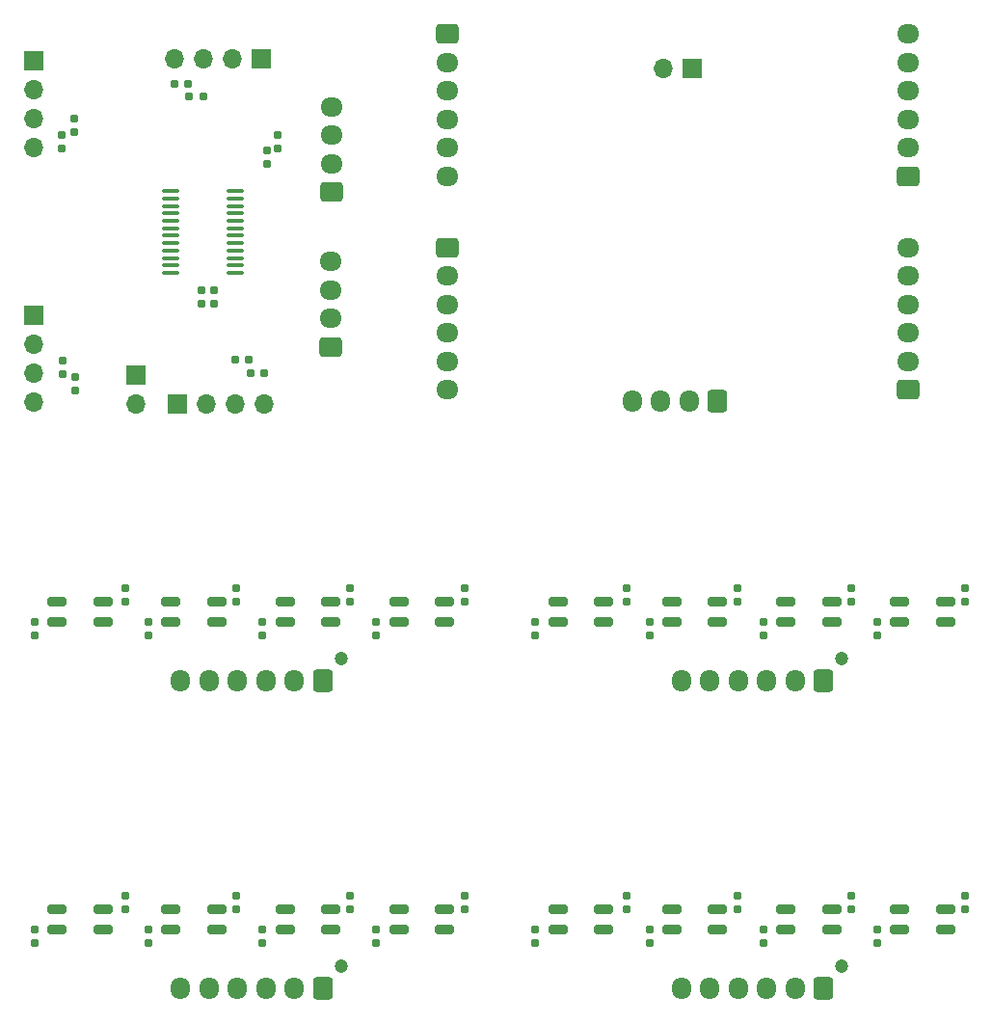
<source format=gbr>
%TF.GenerationSoftware,KiCad,Pcbnew,8.0.2*%
%TF.CreationDate,2024-05-05T14:43:23+02:00*%
%TF.ProjectId,Panelizacja 1,50616e65-6c69-47a6-9163-6a6120312e6b,rev?*%
%TF.SameCoordinates,Original*%
%TF.FileFunction,Soldermask,Bot*%
%TF.FilePolarity,Negative*%
%FSLAX46Y46*%
G04 Gerber Fmt 4.6, Leading zero omitted, Abs format (unit mm)*
G04 Created by KiCad (PCBNEW 8.0.2) date 2024-05-05 14:43:23*
%MOMM*%
%LPD*%
G01*
G04 APERTURE LIST*
G04 Aperture macros list*
%AMRoundRect*
0 Rectangle with rounded corners*
0 $1 Rounding radius*
0 $2 $3 $4 $5 $6 $7 $8 $9 X,Y pos of 4 corners*
0 Add a 4 corners polygon primitive as box body*
4,1,4,$2,$3,$4,$5,$6,$7,$8,$9,$2,$3,0*
0 Add four circle primitives for the rounded corners*
1,1,$1+$1,$2,$3*
1,1,$1+$1,$4,$5*
1,1,$1+$1,$6,$7*
1,1,$1+$1,$8,$9*
0 Add four rect primitives between the rounded corners*
20,1,$1+$1,$2,$3,$4,$5,0*
20,1,$1+$1,$4,$5,$6,$7,0*
20,1,$1+$1,$6,$7,$8,$9,0*
20,1,$1+$1,$8,$9,$2,$3,0*%
G04 Aperture macros list end*
%ADD10R,1.700000X1.700000*%
%ADD11O,1.700000X1.700000*%
%ADD12RoundRect,0.250000X0.600000X0.725000X-0.600000X0.725000X-0.600000X-0.725000X0.600000X-0.725000X0*%
%ADD13O,1.700000X1.950000*%
%ADD14RoundRect,0.250000X0.725000X-0.600000X0.725000X0.600000X-0.725000X0.600000X-0.725000X-0.600000X0*%
%ADD15O,1.950000X1.700000*%
%ADD16RoundRect,0.250000X-0.725000X0.600000X-0.725000X-0.600000X0.725000X-0.600000X0.725000X0.600000X0*%
%ADD17C,1.200000*%
%ADD18RoundRect,0.160000X-0.160000X0.197500X-0.160000X-0.197500X0.160000X-0.197500X0.160000X0.197500X0*%
%ADD19RoundRect,0.160000X0.160000X-0.197500X0.160000X0.197500X-0.160000X0.197500X-0.160000X-0.197500X0*%
%ADD20RoundRect,0.197500X-0.632500X0.197500X-0.632500X-0.197500X0.632500X-0.197500X0.632500X0.197500X0*%
%ADD21RoundRect,0.155000X0.212500X0.155000X-0.212500X0.155000X-0.212500X-0.155000X0.212500X-0.155000X0*%
%ADD22RoundRect,0.160000X-0.197500X-0.160000X0.197500X-0.160000X0.197500X0.160000X-0.197500X0.160000X0*%
%ADD23RoundRect,0.160000X0.197500X0.160000X-0.197500X0.160000X-0.197500X-0.160000X0.197500X-0.160000X0*%
%ADD24RoundRect,0.100000X-0.637500X-0.100000X0.637500X-0.100000X0.637500X0.100000X-0.637500X0.100000X0*%
G04 APERTURE END LIST*
D10*
%TO.C,J6*%
X75750000Y-32525000D03*
D11*
X73210000Y-32525000D03*
%TD*%
D12*
%TO.C,J2*%
X78000000Y-61750000D03*
D13*
X75500000Y-61750000D03*
X73000000Y-61750000D03*
X70500000Y-61750000D03*
%TD*%
D14*
%TO.C,J1*%
X94750000Y-60750000D03*
D15*
X94750000Y-58250000D03*
X94750000Y-55750000D03*
X94750000Y-53250000D03*
X94750000Y-50750000D03*
X94750000Y-48250000D03*
%TD*%
D16*
%TO.C,J4*%
X54250000Y-29500000D03*
D15*
X54250000Y-32000000D03*
X54250000Y-34500000D03*
X54250000Y-37000000D03*
X54250000Y-39500000D03*
X54250000Y-42000000D03*
%TD*%
D16*
%TO.C,J5*%
X54250000Y-48250000D03*
D15*
X54250000Y-50750000D03*
X54250000Y-53250000D03*
X54250000Y-55750000D03*
X54250000Y-58250000D03*
X54250000Y-60750000D03*
%TD*%
D14*
%TO.C,J3*%
X94750000Y-42000000D03*
D15*
X94750000Y-39500000D03*
X94750000Y-37000000D03*
X94750000Y-34500000D03*
X94750000Y-32000000D03*
X94750000Y-29500000D03*
%TD*%
D17*
%TO.C,J1*%
X44911000Y-111325000D03*
D12*
X43311000Y-113325000D03*
D13*
X40811000Y-113325000D03*
X38311000Y-113325000D03*
X35811000Y-113325000D03*
X33311000Y-113325000D03*
X30811000Y-113325000D03*
%TD*%
D10*
%TO.C,J2*%
X30580000Y-62000000D03*
D11*
X33120000Y-62000000D03*
X35660000Y-62000000D03*
X38200000Y-62000000D03*
%TD*%
D10*
%TO.C,J4*%
X17900000Y-31900000D03*
D11*
X17900000Y-34440000D03*
X17900000Y-36980000D03*
X17900000Y-39520000D03*
%TD*%
D10*
%TO.C,J6*%
X26900000Y-59500000D03*
D11*
X26900000Y-62040000D03*
%TD*%
D17*
%TO.C,J1*%
X88911000Y-84325000D03*
D12*
X87311000Y-86325000D03*
D13*
X84811000Y-86325000D03*
X82311000Y-86325000D03*
X79811000Y-86325000D03*
X77311000Y-86325000D03*
X74811000Y-86325000D03*
%TD*%
D14*
%TO.C,J7*%
X44100000Y-43400000D03*
D15*
X44100000Y-40900000D03*
X44100000Y-38400000D03*
X44100000Y-35900000D03*
%TD*%
D10*
%TO.C,J3*%
X17900000Y-54220000D03*
D11*
X17900000Y-56760000D03*
X17900000Y-59300000D03*
X17900000Y-61840000D03*
%TD*%
D17*
%TO.C,J1*%
X44911000Y-84325000D03*
D12*
X43311000Y-86325000D03*
D13*
X40811000Y-86325000D03*
X38311000Y-86325000D03*
X35811000Y-86325000D03*
X33311000Y-86325000D03*
X30811000Y-86325000D03*
%TD*%
D10*
%TO.C,J5*%
X37900000Y-31700000D03*
D11*
X35360000Y-31700000D03*
X32820000Y-31700000D03*
X30280000Y-31700000D03*
%TD*%
D14*
%TO.C,J1*%
X44000000Y-57000000D03*
D15*
X44000000Y-54500000D03*
X44000000Y-52000000D03*
X44000000Y-49500000D03*
%TD*%
D17*
%TO.C,J1*%
X88911000Y-111325000D03*
D12*
X87311000Y-113325000D03*
D13*
X84811000Y-113325000D03*
X82311000Y-113325000D03*
X79811000Y-113325000D03*
X77311000Y-113325000D03*
X74811000Y-113325000D03*
%TD*%
D18*
%TO.C,R4*%
X38000000Y-108152500D03*
X38000000Y-109347500D03*
%TD*%
%TO.C,R8*%
X28000000Y-81152500D03*
X28000000Y-82347500D03*
%TD*%
D19*
%TO.C,R10*%
X35750000Y-79347500D03*
X35750000Y-78152500D03*
%TD*%
D20*
%TO.C,U5*%
X24000000Y-79350000D03*
X20000000Y-79350000D03*
X24000000Y-81150000D03*
X20000000Y-81150000D03*
%TD*%
%TO.C,U3*%
X88000000Y-106350000D03*
X84000000Y-106350000D03*
X88000000Y-108150000D03*
X84000000Y-108150000D03*
%TD*%
D18*
%TO.C,R4*%
X82000000Y-81152500D03*
X82000000Y-82347500D03*
%TD*%
D20*
%TO.C,U4*%
X78000000Y-106350000D03*
X74000000Y-106350000D03*
X78000000Y-108150000D03*
X74000000Y-108150000D03*
%TD*%
D18*
%TO.C,R4*%
X82000000Y-108152500D03*
X82000000Y-109347500D03*
%TD*%
D20*
%TO.C,U3*%
X88000000Y-79350000D03*
X84000000Y-79350000D03*
X88000000Y-81150000D03*
X84000000Y-81150000D03*
%TD*%
D18*
%TO.C,R9*%
X18000000Y-81152500D03*
X18000000Y-82347500D03*
%TD*%
D19*
%TO.C,R11*%
X26000000Y-106347500D03*
X26000000Y-105152500D03*
%TD*%
D20*
%TO.C,U3*%
X44000000Y-106350000D03*
X40000000Y-106350000D03*
X44000000Y-108150000D03*
X40000000Y-108150000D03*
%TD*%
D19*
%TO.C,R7*%
X21502500Y-38137500D03*
X21502500Y-36942500D03*
%TD*%
%TO.C,R10*%
X35750000Y-106347500D03*
X35750000Y-105152500D03*
%TD*%
D18*
%TO.C,R9*%
X18000000Y-108152500D03*
X18000000Y-109347500D03*
%TD*%
D21*
%TO.C,C1*%
X33767500Y-53200000D03*
X32632500Y-53200000D03*
%TD*%
D18*
%TO.C,R2*%
X92000000Y-81152500D03*
X92000000Y-82347500D03*
%TD*%
D19*
%TO.C,R1*%
X39400000Y-39595000D03*
X39400000Y-38400000D03*
%TD*%
%TO.C,R10*%
X79750000Y-106347500D03*
X79750000Y-105152500D03*
%TD*%
D20*
%TO.C,U4*%
X34000000Y-79350000D03*
X30000000Y-79350000D03*
X34000000Y-81150000D03*
X30000000Y-81150000D03*
%TD*%
D22*
%TO.C,R4*%
X37005000Y-59300000D03*
X38200000Y-59300000D03*
%TD*%
D18*
%TO.C,R8*%
X20400000Y-38342500D03*
X20400000Y-39537500D03*
%TD*%
D19*
%TO.C,R11*%
X26000000Y-79347500D03*
X26000000Y-78152500D03*
%TD*%
%TO.C,R11*%
X70000000Y-79347500D03*
X70000000Y-78152500D03*
%TD*%
%TO.C,R5*%
X89750000Y-79347500D03*
X89750000Y-78152500D03*
%TD*%
%TO.C,R5*%
X45750000Y-106347500D03*
X45750000Y-105152500D03*
%TD*%
D20*
%TO.C,U2*%
X98000000Y-79350000D03*
X94000000Y-79350000D03*
X98000000Y-81150000D03*
X94000000Y-81150000D03*
%TD*%
D18*
%TO.C,R2*%
X38400000Y-39700000D03*
X38400000Y-40895000D03*
%TD*%
D23*
%TO.C,R13*%
X31495000Y-33900000D03*
X30300000Y-33900000D03*
%TD*%
D22*
%TO.C,R12*%
X31605000Y-35000000D03*
X32800000Y-35000000D03*
%TD*%
D18*
%TO.C,R9*%
X62000000Y-108152500D03*
X62000000Y-109347500D03*
%TD*%
%TO.C,R6*%
X21600000Y-59602500D03*
X21600000Y-60797500D03*
%TD*%
D19*
%TO.C,R3*%
X99750000Y-106347500D03*
X99750000Y-105152500D03*
%TD*%
D18*
%TO.C,R8*%
X72000000Y-81152500D03*
X72000000Y-82347500D03*
%TD*%
D19*
%TO.C,R5*%
X45750000Y-79347500D03*
X45750000Y-78152500D03*
%TD*%
D20*
%TO.C,U2*%
X54000000Y-79350000D03*
X50000000Y-79350000D03*
X54000000Y-81150000D03*
X50000000Y-81150000D03*
%TD*%
D24*
%TO.C,U1*%
X29937500Y-50475000D03*
X29937500Y-49825000D03*
X29937500Y-49175000D03*
X29937500Y-48525000D03*
X29937500Y-47875000D03*
X29937500Y-47225000D03*
X29937500Y-46575000D03*
X29937500Y-45925000D03*
X29937500Y-45275000D03*
X29937500Y-44625000D03*
X29937500Y-43975000D03*
X29937500Y-43325000D03*
X35662500Y-43325000D03*
X35662500Y-43975000D03*
X35662500Y-44625000D03*
X35662500Y-45275000D03*
X35662500Y-45925000D03*
X35662500Y-46575000D03*
X35662500Y-47225000D03*
X35662500Y-47875000D03*
X35662500Y-48525000D03*
X35662500Y-49175000D03*
X35662500Y-49825000D03*
X35662500Y-50475000D03*
%TD*%
D20*
%TO.C,U5*%
X24000000Y-106350000D03*
X20000000Y-106350000D03*
X24000000Y-108150000D03*
X20000000Y-108150000D03*
%TD*%
D19*
%TO.C,R3*%
X55750000Y-106347500D03*
X55750000Y-105152500D03*
%TD*%
D21*
%TO.C,C2*%
X33767500Y-52000000D03*
X32632500Y-52000000D03*
%TD*%
D18*
%TO.C,R2*%
X48000000Y-108152500D03*
X48000000Y-109347500D03*
%TD*%
D20*
%TO.C,U4*%
X78000000Y-79350000D03*
X74000000Y-79350000D03*
X78000000Y-81150000D03*
X74000000Y-81150000D03*
%TD*%
%TO.C,U3*%
X44000000Y-79350000D03*
X40000000Y-79350000D03*
X44000000Y-81150000D03*
X40000000Y-81150000D03*
%TD*%
D18*
%TO.C,R2*%
X92000000Y-108152500D03*
X92000000Y-109347500D03*
%TD*%
D19*
%TO.C,R5*%
X89750000Y-106347500D03*
X89750000Y-105152500D03*
%TD*%
%TO.C,R3*%
X99750000Y-79347500D03*
X99750000Y-78152500D03*
%TD*%
D20*
%TO.C,U5*%
X68000000Y-79350000D03*
X64000000Y-79350000D03*
X68000000Y-81150000D03*
X64000000Y-81150000D03*
%TD*%
D19*
%TO.C,R11*%
X70000000Y-106347500D03*
X70000000Y-105152500D03*
%TD*%
D18*
%TO.C,R8*%
X28000000Y-108152500D03*
X28000000Y-109347500D03*
%TD*%
D20*
%TO.C,U2*%
X98000000Y-106350000D03*
X94000000Y-106350000D03*
X98000000Y-108150000D03*
X94000000Y-108150000D03*
%TD*%
D19*
%TO.C,R5*%
X20500000Y-59395000D03*
X20500000Y-58200000D03*
%TD*%
D20*
%TO.C,U4*%
X34000000Y-106350000D03*
X30000000Y-106350000D03*
X34000000Y-108150000D03*
X30000000Y-108150000D03*
%TD*%
D18*
%TO.C,R4*%
X38000000Y-81152500D03*
X38000000Y-82347500D03*
%TD*%
%TO.C,R2*%
X48000000Y-81152500D03*
X48000000Y-82347500D03*
%TD*%
D20*
%TO.C,U5*%
X68000000Y-106350000D03*
X64000000Y-106350000D03*
X68000000Y-108150000D03*
X64000000Y-108150000D03*
%TD*%
D23*
%TO.C,R3*%
X36800000Y-58100000D03*
X35605000Y-58100000D03*
%TD*%
D18*
%TO.C,R9*%
X62000000Y-81152500D03*
X62000000Y-82347500D03*
%TD*%
D19*
%TO.C,R3*%
X55750000Y-79347500D03*
X55750000Y-78152500D03*
%TD*%
D18*
%TO.C,R8*%
X72000000Y-108152500D03*
X72000000Y-109347500D03*
%TD*%
D20*
%TO.C,U2*%
X54000000Y-106350000D03*
X50000000Y-106350000D03*
X54000000Y-108150000D03*
X50000000Y-108150000D03*
%TD*%
D19*
%TO.C,R10*%
X79750000Y-79347500D03*
X79750000Y-78152500D03*
%TD*%
M02*

</source>
